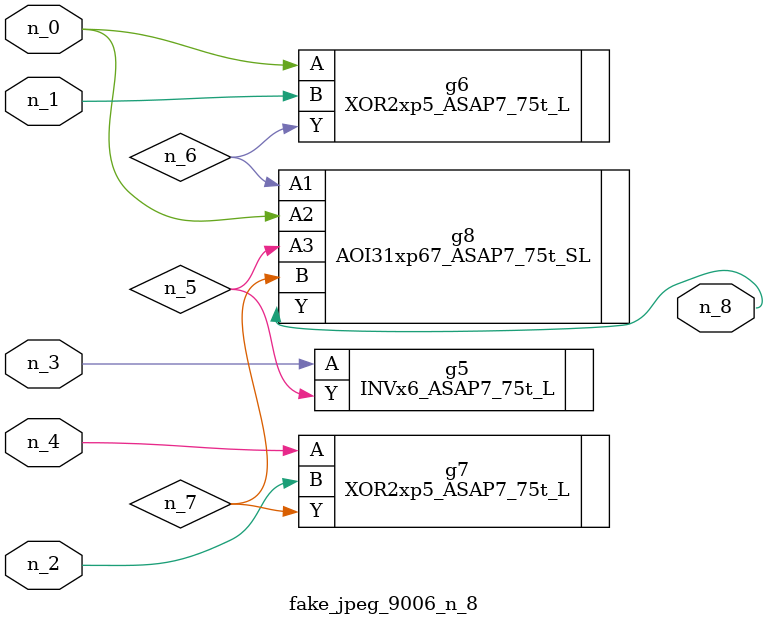
<source format=v>
module fake_jpeg_9006_n_8 (n_3, n_2, n_1, n_0, n_4, n_8);

input n_3;
input n_2;
input n_1;
input n_0;
input n_4;

output n_8;

wire n_6;
wire n_5;
wire n_7;

INVx6_ASAP7_75t_L g5 ( 
.A(n_3),
.Y(n_5)
);

XOR2xp5_ASAP7_75t_L g6 ( 
.A(n_0),
.B(n_1),
.Y(n_6)
);

XOR2xp5_ASAP7_75t_L g7 ( 
.A(n_4),
.B(n_2),
.Y(n_7)
);

AOI31xp67_ASAP7_75t_SL g8 ( 
.A1(n_6),
.A2(n_0),
.A3(n_5),
.B(n_7),
.Y(n_8)
);


endmodule
</source>
